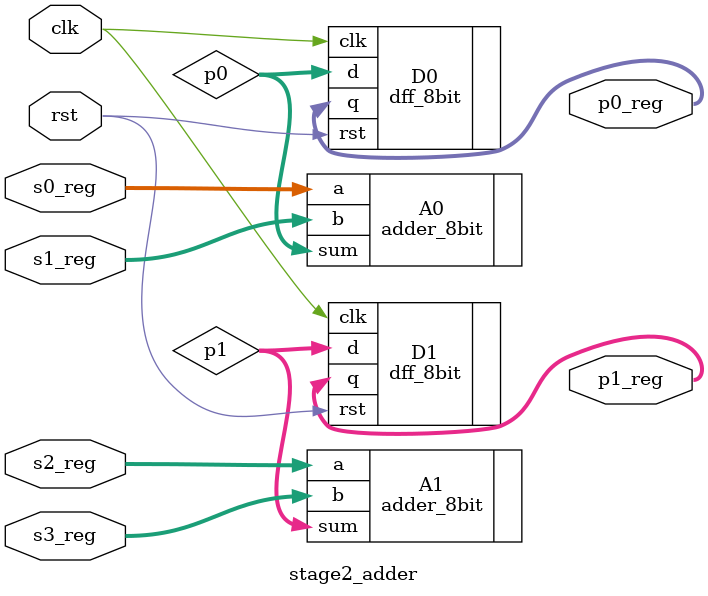
<source format=v>
`timescale 1ns / 1ps

module stage2_adder (
    input        clk,
    input        rst,
    input  [7:0] s0_reg, s1_reg, s2_reg, s3_reg,
    output [7:0] p0_reg, p1_reg
);
    wire [7:0] p0, p1;

    adder_8bit A0 (.a(s0_reg), .b(s1_reg), .sum(p0));
    adder_8bit A1 (.a(s2_reg), .b(s3_reg), .sum(p1));

    dff_8bit D0 (.clk(clk), .rst(rst), .d(p0), .q(p0_reg));
    dff_8bit D1 (.clk(clk), .rst(rst), .d(p1), .q(p1_reg));
endmodule

</source>
